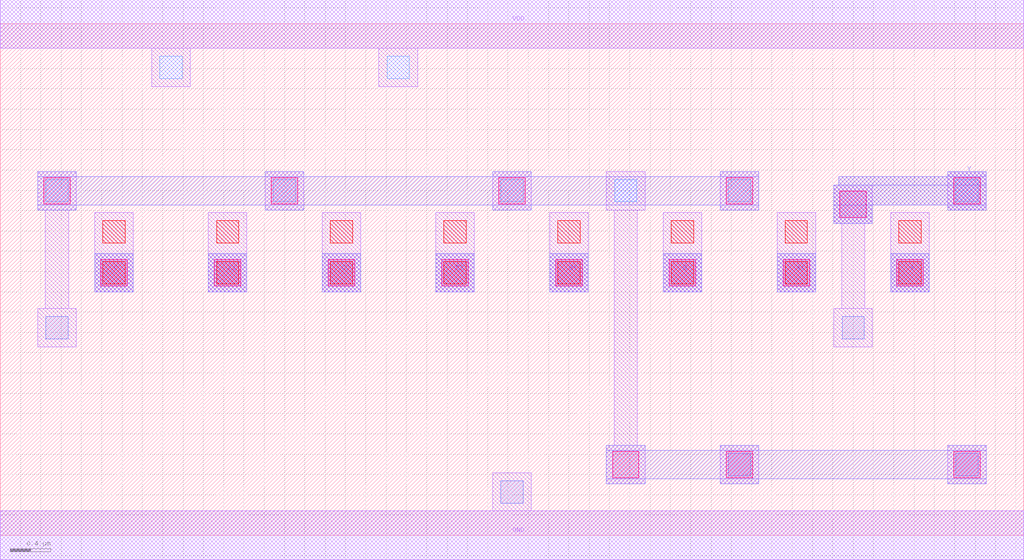
<source format=lef>
MACRO OAAOI224
 CLASS CORE ;
 FOREIGN OAAOI224 0 0 ;
 SIZE 10.08 BY 5.04 ;
 ORIGIN 0 0 ;
 SYMMETRY X Y R90 ;
 SITE unit ;
  PIN VDD
   DIRECTION INOUT ;
   USE POWER ;
   SHAPE ABUTMENT ;
    PORT
     CLASS CORE ;
       LAYER met1 ;
        RECT 0.00000000 4.80000000 10.08000000 5.28000000 ;
    END
  END VDD

  PIN GND
   DIRECTION INOUT ;
   USE POWER ;
   SHAPE ABUTMENT ;
    PORT
     CLASS CORE ;
       LAYER met1 ;
        RECT 0.00000000 -0.24000000 10.08000000 0.24000000 ;
    END
  END GND

  PIN Y
   DIRECTION INOUT ;
   USE SIGNAL ;
   SHAPE ABUTMENT ;
    PORT
     CLASS CORE ;
       LAYER met2 ;
        RECT 8.21000000 3.07200000 8.59000000 3.25700000 ;
        RECT 9.33000000 3.20700000 9.71000000 3.25700000 ;
        RECT 8.21000000 3.25700000 9.71000000 3.45200000 ;
        RECT 8.26000000 3.45200000 9.71000000 3.53700000 ;
        RECT 9.33000000 3.53700000 9.71000000 3.58700000 ;
    END
  END Y

  PIN C
   DIRECTION INOUT ;
   USE SIGNAL ;
   SHAPE ABUTMENT ;
    PORT
     CLASS CORE ;
       LAYER met2 ;
        RECT 0.93000000 2.39700000 1.31000000 2.77700000 ;
    END
  END C

  PIN B
   DIRECTION INOUT ;
   USE SIGNAL ;
   SHAPE ABUTMENT ;
    PORT
     CLASS CORE ;
       LAYER met2 ;
        RECT 6.53000000 2.39700000 6.91000000 2.77700000 ;
    END
  END B

  PIN A1
   DIRECTION INOUT ;
   USE SIGNAL ;
   SHAPE ABUTMENT ;
    PORT
     CLASS CORE ;
       LAYER met2 ;
        RECT 7.65000000 2.39700000 8.03000000 2.77700000 ;
    END
  END A1

  PIN B1
   DIRECTION INOUT ;
   USE SIGNAL ;
   SHAPE ABUTMENT ;
    PORT
     CLASS CORE ;
       LAYER met2 ;
        RECT 5.41000000 2.39700000 5.79000000 2.77700000 ;
    END
  END B1

  PIN C2
   DIRECTION INOUT ;
   USE SIGNAL ;
   SHAPE ABUTMENT ;
    PORT
     CLASS CORE ;
       LAYER met2 ;
        RECT 3.17000000 2.39700000 3.55000000 2.77700000 ;
    END
  END C2

  PIN C1
   DIRECTION INOUT ;
   USE SIGNAL ;
   SHAPE ABUTMENT ;
    PORT
     CLASS CORE ;
       LAYER met2 ;
        RECT 2.05000000 2.39700000 2.43000000 2.77700000 ;
    END
  END C1

  PIN C3
   DIRECTION INOUT ;
   USE SIGNAL ;
   SHAPE ABUTMENT ;
    PORT
     CLASS CORE ;
       LAYER met2 ;
        RECT 4.29000000 2.39700000 4.67000000 2.77700000 ;
    END
  END C3

  PIN A
   DIRECTION INOUT ;
   USE SIGNAL ;
   SHAPE ABUTMENT ;
    PORT
     CLASS CORE ;
       LAYER met2 ;
        RECT 8.77000000 2.39700000 9.15000000 2.77700000 ;
    END
  END A

 OBS
    LAYER polycont ;
     RECT 1.01000000 2.47700000 1.23000000 2.69700000 ;
     RECT 2.13000000 2.47700000 2.35000000 2.69700000 ;
     RECT 3.25000000 2.47700000 3.47000000 2.69700000 ;
     RECT 4.37000000 2.47700000 4.59000000 2.69700000 ;
     RECT 5.49000000 2.47700000 5.71000000 2.69700000 ;
     RECT 6.61000000 2.47700000 6.83000000 2.69700000 ;
     RECT 7.73000000 2.47700000 7.95000000 2.69700000 ;
     RECT 8.85000000 2.47700000 9.07000000 2.69700000 ;
     RECT 1.01000000 2.88200000 1.23000000 3.10200000 ;
     RECT 2.13000000 2.88200000 2.35000000 3.10200000 ;
     RECT 3.25000000 2.88200000 3.47000000 3.10200000 ;
     RECT 4.37000000 2.88200000 4.59000000 3.10200000 ;
     RECT 5.49000000 2.88200000 5.71000000 3.10200000 ;
     RECT 6.61000000 2.88200000 6.83000000 3.10200000 ;
     RECT 7.73000000 2.88200000 7.95000000 3.10200000 ;
     RECT 8.85000000 2.88200000 9.07000000 3.10200000 ;

    LAYER pdiffc ;
     RECT 0.45000000 3.28700000 0.67000000 3.50700000 ;
     RECT 2.69000000 3.28700000 2.91000000 3.50700000 ;
     RECT 4.93000000 3.28700000 5.15000000 3.50700000 ;
     RECT 6.05000000 3.28700000 6.27000000 3.50700000 ;
     RECT 7.17000000 3.28700000 7.39000000 3.50700000 ;
     RECT 9.41000000 3.28700000 9.63000000 3.50700000 ;
     RECT 1.57000000 4.50200000 1.79000000 4.72200000 ;
     RECT 3.81000000 4.50200000 4.03000000 4.72200000 ;

    LAYER ndiffc ;
     RECT 4.93000000 0.31700000 5.15000000 0.53700000 ;
     RECT 7.17000000 0.58700000 7.39000000 0.80700000 ;
     RECT 9.41000000 0.58700000 9.63000000 0.80700000 ;
     RECT 0.45000000 1.93700000 0.67000000 2.15700000 ;
     RECT 8.29000000 1.93700000 8.51000000 2.15700000 ;

    LAYER met1 ;
     RECT 0.00000000 -0.24000000 10.08000000 0.24000000 ;
     RECT 4.85000000 0.24000000 5.23000000 0.61700000 ;
     RECT 7.09000000 0.50700000 7.47000000 0.88700000 ;
     RECT 9.33000000 0.50700000 9.71000000 0.88700000 ;
     RECT 0.93000000 2.39700000 1.31000000 3.18200000 ;
     RECT 2.05000000 2.39700000 2.43000000 3.18200000 ;
     RECT 3.17000000 2.39700000 3.55000000 3.18200000 ;
     RECT 4.29000000 2.39700000 4.67000000 3.18200000 ;
     RECT 5.41000000 2.39700000 5.79000000 3.18200000 ;
     RECT 6.53000000 2.39700000 6.91000000 3.18200000 ;
     RECT 7.65000000 2.39700000 8.03000000 3.18200000 ;
     RECT 8.77000000 2.39700000 9.15000000 3.18200000 ;
     RECT 8.21000000 1.85700000 8.59000000 2.23700000 ;
     RECT 8.28500000 2.23700000 8.51500000 3.07200000 ;
     RECT 8.21000000 3.07200000 8.59000000 3.45200000 ;
     RECT 0.37000000 1.85700000 0.75000000 2.23700000 ;
     RECT 0.44500000 2.23700000 0.67500000 3.20700000 ;
     RECT 0.37000000 3.20700000 0.75000000 3.58700000 ;
     RECT 2.61000000 3.20700000 2.99000000 3.58700000 ;
     RECT 4.85000000 3.20700000 5.23000000 3.58700000 ;
     RECT 5.97000000 0.50700000 6.35000000 0.88700000 ;
     RECT 6.04500000 0.88700000 6.27500000 3.20700000 ;
     RECT 5.97000000 3.20700000 6.35000000 3.58700000 ;
     RECT 7.09000000 3.20700000 7.47000000 3.58700000 ;
     RECT 9.33000000 3.20700000 9.71000000 3.58700000 ;
     RECT 1.49000000 4.42200000 1.87000000 4.80000000 ;
     RECT 3.73000000 4.42200000 4.11000000 4.80000000 ;
     RECT 0.00000000 4.80000000 10.08000000 5.28000000 ;

    LAYER via1 ;
     RECT 6.03000000 0.56700000 6.29000000 0.82700000 ;
     RECT 7.15000000 0.56700000 7.41000000 0.82700000 ;
     RECT 9.39000000 0.56700000 9.65000000 0.82700000 ;
     RECT 0.99000000 2.45700000 1.25000000 2.71700000 ;
     RECT 2.11000000 2.45700000 2.37000000 2.71700000 ;
     RECT 3.23000000 2.45700000 3.49000000 2.71700000 ;
     RECT 4.35000000 2.45700000 4.61000000 2.71700000 ;
     RECT 5.47000000 2.45700000 5.73000000 2.71700000 ;
     RECT 6.59000000 2.45700000 6.85000000 2.71700000 ;
     RECT 7.71000000 2.45700000 7.97000000 2.71700000 ;
     RECT 8.83000000 2.45700000 9.09000000 2.71700000 ;
     RECT 8.27000000 3.13200000 8.53000000 3.39200000 ;
     RECT 0.43000000 3.26700000 0.69000000 3.52700000 ;
     RECT 2.67000000 3.26700000 2.93000000 3.52700000 ;
     RECT 4.91000000 3.26700000 5.17000000 3.52700000 ;
     RECT 7.15000000 3.26700000 7.41000000 3.52700000 ;
     RECT 9.39000000 3.26700000 9.65000000 3.52700000 ;

    LAYER met2 ;
     RECT 5.97000000 0.50700000 6.35000000 0.55700000 ;
     RECT 7.09000000 0.50700000 7.47000000 0.55700000 ;
     RECT 9.33000000 0.50700000 9.71000000 0.55700000 ;
     RECT 5.97000000 0.55700000 9.71000000 0.83700000 ;
     RECT 5.97000000 0.83700000 6.35000000 0.88700000 ;
     RECT 7.09000000 0.83700000 7.47000000 0.88700000 ;
     RECT 9.33000000 0.83700000 9.71000000 0.88700000 ;
     RECT 0.93000000 2.39700000 1.31000000 2.77700000 ;
     RECT 2.05000000 2.39700000 2.43000000 2.77700000 ;
     RECT 3.17000000 2.39700000 3.55000000 2.77700000 ;
     RECT 4.29000000 2.39700000 4.67000000 2.77700000 ;
     RECT 5.41000000 2.39700000 5.79000000 2.77700000 ;
     RECT 6.53000000 2.39700000 6.91000000 2.77700000 ;
     RECT 7.65000000 2.39700000 8.03000000 2.77700000 ;
     RECT 8.77000000 2.39700000 9.15000000 2.77700000 ;
     RECT 0.37000000 3.20700000 0.75000000 3.25700000 ;
     RECT 2.61000000 3.20700000 2.99000000 3.25700000 ;
     RECT 4.85000000 3.20700000 5.23000000 3.25700000 ;
     RECT 7.09000000 3.20700000 7.47000000 3.25700000 ;
     RECT 0.37000000 3.25700000 7.47000000 3.53700000 ;
     RECT 0.37000000 3.53700000 0.75000000 3.58700000 ;
     RECT 2.61000000 3.53700000 2.99000000 3.58700000 ;
     RECT 4.85000000 3.53700000 5.23000000 3.58700000 ;
     RECT 7.09000000 3.53700000 7.47000000 3.58700000 ;
     RECT 8.21000000 3.07200000 8.59000000 3.25700000 ;
     RECT 9.33000000 3.20700000 9.71000000 3.25700000 ;
     RECT 8.21000000 3.25700000 9.71000000 3.45200000 ;
     RECT 8.26000000 3.45200000 9.71000000 3.53700000 ;
     RECT 9.33000000 3.53700000 9.71000000 3.58700000 ;

 END
END OAAOI224

</source>
